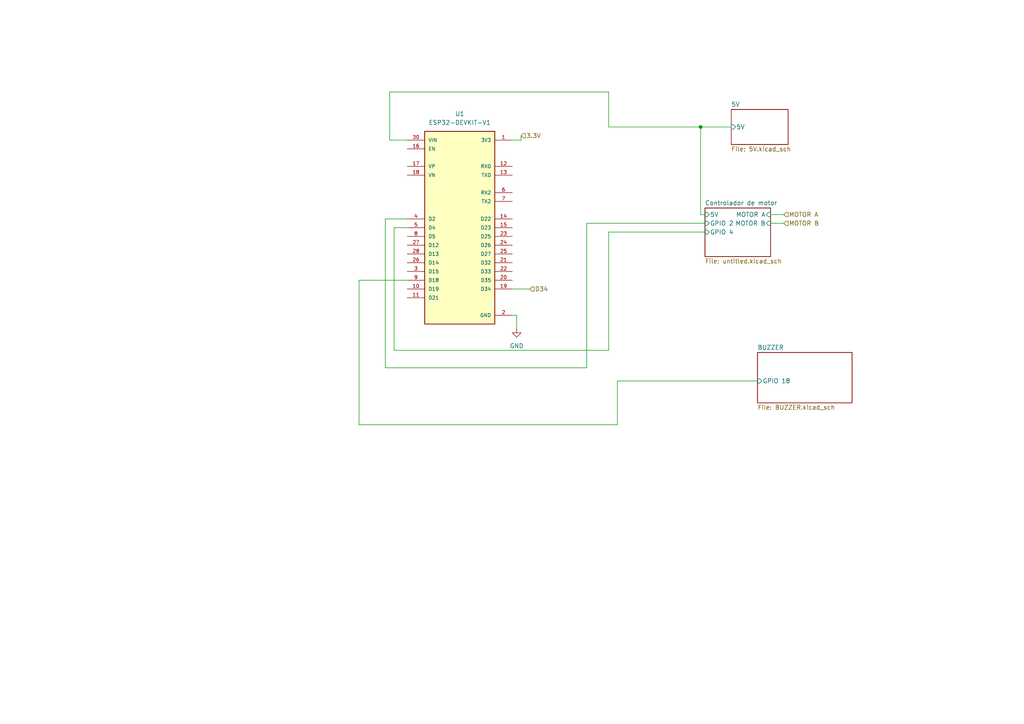
<source format=kicad_sch>
(kicad_sch
	(version 20250114)
	(generator "eeschema")
	(generator_version "9.0")
	(uuid "315e0a2c-fa2b-47b9-9379-a0107ecfaa24")
	(paper "A4")
	(lib_symbols
		(symbol "ESP32-DEVKIT-V1:ESP32-DEVKIT-V1"
			(pin_names
				(offset 1.016)
			)
			(exclude_from_sim no)
			(in_bom yes)
			(on_board yes)
			(property "Reference" "U"
				(at -10.16 30.48 0)
				(effects
					(font
						(size 1.27 1.27)
					)
					(justify left top)
				)
			)
			(property "Value" "ESP32-DEVKIT-V1"
				(at -10.16 -30.48 0)
				(effects
					(font
						(size 1.27 1.27)
					)
					(justify left bottom)
				)
			)
			(property "Footprint" "ESP32-DEVKIT-V1:MODULE_ESP32_DEVKIT_V1"
				(at 0 0 0)
				(effects
					(font
						(size 1.27 1.27)
					)
					(justify bottom)
					(hide yes)
				)
			)
			(property "Datasheet" ""
				(at 0 0 0)
				(effects
					(font
						(size 1.27 1.27)
					)
					(hide yes)
				)
			)
			(property "Description" ""
				(at 0 0 0)
				(effects
					(font
						(size 1.27 1.27)
					)
					(hide yes)
				)
			)
			(property "MF" "Do it"
				(at 0 0 0)
				(effects
					(font
						(size 1.27 1.27)
					)
					(justify bottom)
					(hide yes)
				)
			)
			(property "MAXIMUM_PACKAGE_HEIGHT" "6.8 mm"
				(at 0 0 0)
				(effects
					(font
						(size 1.27 1.27)
					)
					(justify bottom)
					(hide yes)
				)
			)
			(property "Package" "None"
				(at 0 0 0)
				(effects
					(font
						(size 1.27 1.27)
					)
					(justify bottom)
					(hide yes)
				)
			)
			(property "Price" "None"
				(at 0 0 0)
				(effects
					(font
						(size 1.27 1.27)
					)
					(justify bottom)
					(hide yes)
				)
			)
			(property "Check_prices" "https://www.snapeda.com/parts/ESP32-DEVKIT-V1/Do+it/view-part/?ref=eda"
				(at 0 0 0)
				(effects
					(font
						(size 1.27 1.27)
					)
					(justify bottom)
					(hide yes)
				)
			)
			(property "STANDARD" "Manufacturer Recommendations"
				(at 0 0 0)
				(effects
					(font
						(size 1.27 1.27)
					)
					(justify bottom)
					(hide yes)
				)
			)
			(property "PARTREV" "N/A"
				(at 0 0 0)
				(effects
					(font
						(size 1.27 1.27)
					)
					(justify bottom)
					(hide yes)
				)
			)
			(property "SnapEDA_Link" "https://www.snapeda.com/parts/ESP32-DEVKIT-V1/Do+it/view-part/?ref=snap"
				(at 0 0 0)
				(effects
					(font
						(size 1.27 1.27)
					)
					(justify bottom)
					(hide yes)
				)
			)
			(property "MP" "ESP32-DEVKIT-V1"
				(at 0 0 0)
				(effects
					(font
						(size 1.27 1.27)
					)
					(justify bottom)
					(hide yes)
				)
			)
			(property "Description_1" "Dual core, Wi-Fi: 2.4 GHz up to 150 Mbits/s,BLE (Bluetooth Low Energy) and legacy Bluetooth, 32 bits, Up to 240 MHz"
				(at 0 0 0)
				(effects
					(font
						(size 1.27 1.27)
					)
					(justify bottom)
					(hide yes)
				)
			)
			(property "Availability" "Not in stock"
				(at 0 0 0)
				(effects
					(font
						(size 1.27 1.27)
					)
					(justify bottom)
					(hide yes)
				)
			)
			(property "MANUFACTURER" "DOIT"
				(at 0 0 0)
				(effects
					(font
						(size 1.27 1.27)
					)
					(justify bottom)
					(hide yes)
				)
			)
			(symbol "ESP32-DEVKIT-V1_0_0"
				(rectangle
					(start -10.16 -27.94)
					(end 10.16 27.94)
					(stroke
						(width 0.254)
						(type default)
					)
					(fill
						(type background)
					)
				)
				(pin input line
					(at -15.24 25.4 0)
					(length 5.08)
					(name "VIN"
						(effects
							(font
								(size 1.016 1.016)
							)
						)
					)
					(number "30"
						(effects
							(font
								(size 1.016 1.016)
							)
						)
					)
				)
				(pin input line
					(at -15.24 22.86 0)
					(length 5.08)
					(name "EN"
						(effects
							(font
								(size 1.016 1.016)
							)
						)
					)
					(number "16"
						(effects
							(font
								(size 1.016 1.016)
							)
						)
					)
				)
				(pin bidirectional line
					(at -15.24 17.78 0)
					(length 5.08)
					(name "VP"
						(effects
							(font
								(size 1.016 1.016)
							)
						)
					)
					(number "17"
						(effects
							(font
								(size 1.016 1.016)
							)
						)
					)
				)
				(pin bidirectional line
					(at -15.24 15.24 0)
					(length 5.08)
					(name "VN"
						(effects
							(font
								(size 1.016 1.016)
							)
						)
					)
					(number "18"
						(effects
							(font
								(size 1.016 1.016)
							)
						)
					)
				)
				(pin bidirectional line
					(at -15.24 2.54 0)
					(length 5.08)
					(name "D2"
						(effects
							(font
								(size 1.016 1.016)
							)
						)
					)
					(number "4"
						(effects
							(font
								(size 1.016 1.016)
							)
						)
					)
				)
				(pin bidirectional line
					(at -15.24 0 0)
					(length 5.08)
					(name "D4"
						(effects
							(font
								(size 1.016 1.016)
							)
						)
					)
					(number "5"
						(effects
							(font
								(size 1.016 1.016)
							)
						)
					)
				)
				(pin bidirectional line
					(at -15.24 -2.54 0)
					(length 5.08)
					(name "D5"
						(effects
							(font
								(size 1.016 1.016)
							)
						)
					)
					(number "8"
						(effects
							(font
								(size 1.016 1.016)
							)
						)
					)
				)
				(pin bidirectional line
					(at -15.24 -5.08 0)
					(length 5.08)
					(name "D12"
						(effects
							(font
								(size 1.016 1.016)
							)
						)
					)
					(number "27"
						(effects
							(font
								(size 1.016 1.016)
							)
						)
					)
				)
				(pin bidirectional line
					(at -15.24 -7.62 0)
					(length 5.08)
					(name "D13"
						(effects
							(font
								(size 1.016 1.016)
							)
						)
					)
					(number "28"
						(effects
							(font
								(size 1.016 1.016)
							)
						)
					)
				)
				(pin bidirectional line
					(at -15.24 -10.16 0)
					(length 5.08)
					(name "D14"
						(effects
							(font
								(size 1.016 1.016)
							)
						)
					)
					(number "26"
						(effects
							(font
								(size 1.016 1.016)
							)
						)
					)
				)
				(pin bidirectional line
					(at -15.24 -12.7 0)
					(length 5.08)
					(name "D15"
						(effects
							(font
								(size 1.016 1.016)
							)
						)
					)
					(number "3"
						(effects
							(font
								(size 1.016 1.016)
							)
						)
					)
				)
				(pin bidirectional line
					(at -15.24 -15.24 0)
					(length 5.08)
					(name "D18"
						(effects
							(font
								(size 1.016 1.016)
							)
						)
					)
					(number "9"
						(effects
							(font
								(size 1.016 1.016)
							)
						)
					)
				)
				(pin bidirectional line
					(at -15.24 -17.78 0)
					(length 5.08)
					(name "D19"
						(effects
							(font
								(size 1.016 1.016)
							)
						)
					)
					(number "10"
						(effects
							(font
								(size 1.016 1.016)
							)
						)
					)
				)
				(pin bidirectional line
					(at -15.24 -20.32 0)
					(length 5.08)
					(name "D21"
						(effects
							(font
								(size 1.016 1.016)
							)
						)
					)
					(number "11"
						(effects
							(font
								(size 1.016 1.016)
							)
						)
					)
				)
				(pin output line
					(at 15.24 25.4 180)
					(length 5.08)
					(name "3V3"
						(effects
							(font
								(size 1.016 1.016)
							)
						)
					)
					(number "1"
						(effects
							(font
								(size 1.016 1.016)
							)
						)
					)
				)
				(pin input line
					(at 15.24 17.78 180)
					(length 5.08)
					(name "RX0"
						(effects
							(font
								(size 1.016 1.016)
							)
						)
					)
					(number "12"
						(effects
							(font
								(size 1.016 1.016)
							)
						)
					)
				)
				(pin output line
					(at 15.24 15.24 180)
					(length 5.08)
					(name "TX0"
						(effects
							(font
								(size 1.016 1.016)
							)
						)
					)
					(number "13"
						(effects
							(font
								(size 1.016 1.016)
							)
						)
					)
				)
				(pin input line
					(at 15.24 10.16 180)
					(length 5.08)
					(name "RX2"
						(effects
							(font
								(size 1.016 1.016)
							)
						)
					)
					(number "6"
						(effects
							(font
								(size 1.016 1.016)
							)
						)
					)
				)
				(pin output line
					(at 15.24 7.62 180)
					(length 5.08)
					(name "TX2"
						(effects
							(font
								(size 1.016 1.016)
							)
						)
					)
					(number "7"
						(effects
							(font
								(size 1.016 1.016)
							)
						)
					)
				)
				(pin bidirectional line
					(at 15.24 2.54 180)
					(length 5.08)
					(name "D22"
						(effects
							(font
								(size 1.016 1.016)
							)
						)
					)
					(number "14"
						(effects
							(font
								(size 1.016 1.016)
							)
						)
					)
				)
				(pin bidirectional line
					(at 15.24 0 180)
					(length 5.08)
					(name "D23"
						(effects
							(font
								(size 1.016 1.016)
							)
						)
					)
					(number "15"
						(effects
							(font
								(size 1.016 1.016)
							)
						)
					)
				)
				(pin bidirectional line
					(at 15.24 -2.54 180)
					(length 5.08)
					(name "D25"
						(effects
							(font
								(size 1.016 1.016)
							)
						)
					)
					(number "23"
						(effects
							(font
								(size 1.016 1.016)
							)
						)
					)
				)
				(pin bidirectional line
					(at 15.24 -5.08 180)
					(length 5.08)
					(name "D26"
						(effects
							(font
								(size 1.016 1.016)
							)
						)
					)
					(number "24"
						(effects
							(font
								(size 1.016 1.016)
							)
						)
					)
				)
				(pin bidirectional line
					(at 15.24 -7.62 180)
					(length 5.08)
					(name "D27"
						(effects
							(font
								(size 1.016 1.016)
							)
						)
					)
					(number "25"
						(effects
							(font
								(size 1.016 1.016)
							)
						)
					)
				)
				(pin bidirectional line
					(at 15.24 -10.16 180)
					(length 5.08)
					(name "D32"
						(effects
							(font
								(size 1.016 1.016)
							)
						)
					)
					(number "21"
						(effects
							(font
								(size 1.016 1.016)
							)
						)
					)
				)
				(pin bidirectional line
					(at 15.24 -12.7 180)
					(length 5.08)
					(name "D33"
						(effects
							(font
								(size 1.016 1.016)
							)
						)
					)
					(number "22"
						(effects
							(font
								(size 1.016 1.016)
							)
						)
					)
				)
				(pin bidirectional line
					(at 15.24 -15.24 180)
					(length 5.08)
					(name "D35"
						(effects
							(font
								(size 1.016 1.016)
							)
						)
					)
					(number "20"
						(effects
							(font
								(size 1.016 1.016)
							)
						)
					)
				)
				(pin bidirectional line
					(at 15.24 -17.78 180)
					(length 5.08)
					(name "D34"
						(effects
							(font
								(size 1.016 1.016)
							)
						)
					)
					(number "19"
						(effects
							(font
								(size 1.016 1.016)
							)
						)
					)
				)
				(pin power_in line
					(at 15.24 -25.4 180)
					(length 5.08)
					(name "GND"
						(effects
							(font
								(size 1.016 1.016)
							)
						)
					)
					(number "2"
						(effects
							(font
								(size 1.016 1.016)
							)
						)
					)
				)
				(pin power_in line
					(at 15.24 -25.4 180)
					(length 5.08)
					(hide yes)
					(name "GND"
						(effects
							(font
								(size 1.016 1.016)
							)
						)
					)
					(number "29"
						(effects
							(font
								(size 1.016 1.016)
							)
						)
					)
				)
			)
			(embedded_fonts no)
		)
		(symbol "power:GND"
			(power)
			(pin_numbers
				(hide yes)
			)
			(pin_names
				(offset 0)
				(hide yes)
			)
			(exclude_from_sim no)
			(in_bom yes)
			(on_board yes)
			(property "Reference" "#PWR"
				(at 0 -6.35 0)
				(effects
					(font
						(size 1.27 1.27)
					)
					(hide yes)
				)
			)
			(property "Value" "GND"
				(at 0 -3.81 0)
				(effects
					(font
						(size 1.27 1.27)
					)
				)
			)
			(property "Footprint" ""
				(at 0 0 0)
				(effects
					(font
						(size 1.27 1.27)
					)
					(hide yes)
				)
			)
			(property "Datasheet" ""
				(at 0 0 0)
				(effects
					(font
						(size 1.27 1.27)
					)
					(hide yes)
				)
			)
			(property "Description" "Power symbol creates a global label with name \"GND\" , ground"
				(at 0 0 0)
				(effects
					(font
						(size 1.27 1.27)
					)
					(hide yes)
				)
			)
			(property "ki_keywords" "global power"
				(at 0 0 0)
				(effects
					(font
						(size 1.27 1.27)
					)
					(hide yes)
				)
			)
			(symbol "GND_0_1"
				(polyline
					(pts
						(xy 0 0) (xy 0 -1.27) (xy 1.27 -1.27) (xy 0 -2.54) (xy -1.27 -1.27) (xy 0 -1.27)
					)
					(stroke
						(width 0)
						(type default)
					)
					(fill
						(type none)
					)
				)
			)
			(symbol "GND_1_1"
				(pin power_in line
					(at 0 0 270)
					(length 0)
					(name "~"
						(effects
							(font
								(size 1.27 1.27)
							)
						)
					)
					(number "1"
						(effects
							(font
								(size 1.27 1.27)
							)
						)
					)
				)
			)
			(embedded_fonts no)
		)
	)
	(junction
		(at 203.2 36.83)
		(diameter 0)
		(color 0 0 0 0)
		(uuid "c7585976-8164-4c2c-b786-a48411cc0f5e")
	)
	(wire
		(pts
			(xy 179.07 123.19) (xy 104.14 123.19)
		)
		(stroke
			(width 0)
			(type default)
		)
		(uuid "05147aa9-732a-4c9b-b5ed-3ae991c31bd1")
	)
	(wire
		(pts
			(xy 179.07 110.49) (xy 219.71 110.49)
		)
		(stroke
			(width 0)
			(type default)
		)
		(uuid "14e98b25-aba2-4222-8157-b4bd461c0858")
	)
	(wire
		(pts
			(xy 170.18 64.77) (xy 170.18 106.68)
		)
		(stroke
			(width 0)
			(type default)
		)
		(uuid "23119260-76c7-4040-94c1-d33a3b05c0d9")
	)
	(wire
		(pts
			(xy 148.59 91.44) (xy 149.86 91.44)
		)
		(stroke
			(width 0)
			(type default)
		)
		(uuid "2b5bfec3-68f9-445f-be9c-86775ee80f5a")
	)
	(wire
		(pts
			(xy 149.86 91.44) (xy 149.86 95.25)
		)
		(stroke
			(width 0)
			(type default)
		)
		(uuid "311b7e0e-3fef-4fa5-add8-86d92c7be26b")
	)
	(wire
		(pts
			(xy 114.3 101.6) (xy 114.3 66.04)
		)
		(stroke
			(width 0)
			(type default)
		)
		(uuid "39405cc8-fca2-43e6-8392-e1ff98b24620")
	)
	(wire
		(pts
			(xy 170.18 106.68) (xy 111.76 106.68)
		)
		(stroke
			(width 0)
			(type default)
		)
		(uuid "3b1b5798-c5f9-43a1-be49-68aee588c397")
	)
	(wire
		(pts
			(xy 104.14 81.28) (xy 118.11 81.28)
		)
		(stroke
			(width 0)
			(type default)
		)
		(uuid "3eaefe0f-873b-4f60-adb3-766afc298764")
	)
	(wire
		(pts
			(xy 179.07 110.49) (xy 179.07 123.19)
		)
		(stroke
			(width 0)
			(type default)
		)
		(uuid "4b55701b-6516-4b84-a201-b7c25de0da9f")
	)
	(wire
		(pts
			(xy 113.03 26.67) (xy 113.03 40.64)
		)
		(stroke
			(width 0)
			(type default)
		)
		(uuid "5297d503-c422-4d12-bbd8-ed9bf37b3a3a")
	)
	(wire
		(pts
			(xy 176.53 36.83) (xy 176.53 26.67)
		)
		(stroke
			(width 0)
			(type default)
		)
		(uuid "529dd67c-01d4-44e2-9085-d1243099a27a")
	)
	(wire
		(pts
			(xy 204.47 62.23) (xy 203.2 62.23)
		)
		(stroke
			(width 0)
			(type default)
		)
		(uuid "5324c449-0c91-444f-8a7f-13ad46ed17c9")
	)
	(wire
		(pts
			(xy 176.53 26.67) (xy 113.03 26.67)
		)
		(stroke
			(width 0)
			(type default)
		)
		(uuid "57e84beb-4ee0-4522-aa0e-72f11247857b")
	)
	(wire
		(pts
			(xy 203.2 62.23) (xy 203.2 36.83)
		)
		(stroke
			(width 0)
			(type default)
		)
		(uuid "86e695a1-6b6f-4106-a6f5-4ea84601fd14")
	)
	(wire
		(pts
			(xy 212.09 36.83) (xy 203.2 36.83)
		)
		(stroke
			(width 0)
			(type default)
		)
		(uuid "90e13768-02b4-48b3-95f3-5ba4b5cfab97")
	)
	(wire
		(pts
			(xy 114.3 66.04) (xy 118.11 66.04)
		)
		(stroke
			(width 0)
			(type default)
		)
		(uuid "96cf9c3e-26d8-4b11-bb44-a136f6e46f5c")
	)
	(wire
		(pts
			(xy 111.76 106.68) (xy 111.76 63.5)
		)
		(stroke
			(width 0)
			(type default)
		)
		(uuid "9dfd0054-fad6-4008-bbd5-5f70a2cb09d7")
	)
	(wire
		(pts
			(xy 203.2 36.83) (xy 176.53 36.83)
		)
		(stroke
			(width 0)
			(type default)
		)
		(uuid "a4b9f5fd-6fa8-49a0-b684-903e840c691c")
	)
	(wire
		(pts
			(xy 204.47 64.77) (xy 170.18 64.77)
		)
		(stroke
			(width 0)
			(type default)
		)
		(uuid "a53cc479-9a38-4ba1-9558-8a33ffb1c530")
	)
	(wire
		(pts
			(xy 111.76 63.5) (xy 118.11 63.5)
		)
		(stroke
			(width 0)
			(type default)
		)
		(uuid "a574c973-66ea-41e3-818f-d26fb34ab846")
	)
	(wire
		(pts
			(xy 148.59 83.82) (xy 153.67 83.82)
		)
		(stroke
			(width 0)
			(type default)
		)
		(uuid "a8f51348-2129-42e2-a45d-aa86d9ca945d")
	)
	(wire
		(pts
			(xy 113.03 40.64) (xy 118.11 40.64)
		)
		(stroke
			(width 0)
			(type default)
		)
		(uuid "b350ce34-8843-4f8a-9c3f-f11e045e7396")
	)
	(wire
		(pts
			(xy 223.52 62.23) (xy 227.33 62.23)
		)
		(stroke
			(width 0)
			(type default)
		)
		(uuid "b387f288-9c0f-4da7-8b0b-024cd2d54f24")
	)
	(wire
		(pts
			(xy 223.52 64.77) (xy 227.33 64.77)
		)
		(stroke
			(width 0)
			(type default)
		)
		(uuid "b8585f98-71cd-4e6d-88b3-f4df54f4a1d8")
	)
	(wire
		(pts
			(xy 204.47 67.31) (xy 176.53 67.31)
		)
		(stroke
			(width 0)
			(type default)
		)
		(uuid "bfac3ac1-50ef-4c96-b3e4-01d47670ab8a")
	)
	(wire
		(pts
			(xy 176.53 101.6) (xy 114.3 101.6)
		)
		(stroke
			(width 0)
			(type default)
		)
		(uuid "c285931e-b730-40d6-bd38-32e9b48475c0")
	)
	(wire
		(pts
			(xy 176.53 67.31) (xy 176.53 101.6)
		)
		(stroke
			(width 0)
			(type default)
		)
		(uuid "d3281331-473d-4709-afd4-adb62c287089")
	)
	(wire
		(pts
			(xy 151.13 40.64) (xy 151.13 39.37)
		)
		(stroke
			(width 0)
			(type default)
		)
		(uuid "fbe3ff3f-3796-4feb-8eed-c79ba98d0085")
	)
	(wire
		(pts
			(xy 104.14 123.19) (xy 104.14 81.28)
		)
		(stroke
			(width 0)
			(type default)
		)
		(uuid "fd3206bd-7211-4c4f-97d1-639c59559994")
	)
	(wire
		(pts
			(xy 148.59 40.64) (xy 151.13 40.64)
		)
		(stroke
			(width 0)
			(type default)
		)
		(uuid "fde0277e-89ea-4930-b79a-0ceba5b0509f")
	)
	(hierarchical_label "D34"
		(shape input)
		(at 153.67 83.82 0)
		(effects
			(font
				(size 1.27 1.27)
			)
			(justify left)
		)
		(uuid "00c1d251-74ff-4caa-8591-673649c09b22")
	)
	(hierarchical_label "MOTOR A"
		(shape input)
		(at 227.33 62.23 0)
		(effects
			(font
				(size 1.27 1.27)
			)
			(justify left)
		)
		(uuid "748aae23-7b8a-4e4e-aad5-b576d1a69490")
	)
	(hierarchical_label "3.3V"
		(shape input)
		(at 151.13 39.37 0)
		(effects
			(font
				(size 1.27 1.27)
			)
			(justify left)
		)
		(uuid "8b9a3b73-1cb6-4273-8614-c00283773d69")
	)
	(hierarchical_label "MOTOR B"
		(shape input)
		(at 227.33 64.77 0)
		(effects
			(font
				(size 1.27 1.27)
			)
			(justify left)
		)
		(uuid "b55a90e1-b390-4496-9562-bd26ddef3d83")
	)
	(symbol
		(lib_id "power:GND")
		(at 149.86 95.25 0)
		(mirror y)
		(unit 1)
		(exclude_from_sim no)
		(in_bom yes)
		(on_board yes)
		(dnp no)
		(fields_autoplaced yes)
		(uuid "1bdc0853-474c-43da-82fc-e8404b741354")
		(property "Reference" "#PWR017"
			(at 149.86 101.6 0)
			(effects
				(font
					(size 1.27 1.27)
				)
				(hide yes)
			)
		)
		(property "Value" "GND"
			(at 149.86 100.33 0)
			(effects
				(font
					(size 1.27 1.27)
				)
			)
		)
		(property "Footprint" ""
			(at 149.86 95.25 0)
			(effects
				(font
					(size 1.27 1.27)
				)
				(hide yes)
			)
		)
		(property "Datasheet" ""
			(at 149.86 95.25 0)
			(effects
				(font
					(size 1.27 1.27)
				)
				(hide yes)
			)
		)
		(property "Description" "Power symbol creates a global label with name \"GND\" , ground"
			(at 149.86 95.25 0)
			(effects
				(font
					(size 1.27 1.27)
				)
				(hide yes)
			)
		)
		(pin "1"
			(uuid "d6396698-fbc3-4d64-8ffd-86aacd8da4f9")
		)
		(instances
			(project "Mano"
				(path "/6a2a9fca-79fe-498d-bfd5-926b250faf65/280e6bf0-7e20-4f19-86d2-dbb487803ee9"
					(reference "#PWR017")
					(unit 1)
				)
			)
		)
	)
	(symbol
		(lib_id "ESP32-DEVKIT-V1:ESP32-DEVKIT-V1")
		(at 133.35 66.04 0)
		(unit 1)
		(exclude_from_sim no)
		(in_bom yes)
		(on_board yes)
		(dnp no)
		(fields_autoplaced yes)
		(uuid "a74fd929-4399-45da-ac1d-44adf8a8f45b")
		(property "Reference" "U1"
			(at 133.35 33.02 0)
			(effects
				(font
					(size 1.27 1.27)
				)
			)
		)
		(property "Value" "ESP32-DEVKIT-V1"
			(at 133.35 35.56 0)
			(effects
				(font
					(size 1.27 1.27)
				)
			)
		)
		(property "Footprint" "ESP32-DEVKIT-V1:MODULE_ESP32_DEVKIT_V1"
			(at 133.35 66.04 0)
			(effects
				(font
					(size 1.27 1.27)
				)
				(justify bottom)
				(hide yes)
			)
		)
		(property "Datasheet" ""
			(at 133.35 66.04 0)
			(effects
				(font
					(size 1.27 1.27)
				)
				(hide yes)
			)
		)
		(property "Description" ""
			(at 133.35 66.04 0)
			(effects
				(font
					(size 1.27 1.27)
				)
				(hide yes)
			)
		)
		(property "MF" "Do it"
			(at 133.35 66.04 0)
			(effects
				(font
					(size 1.27 1.27)
				)
				(justify bottom)
				(hide yes)
			)
		)
		(property "MAXIMUM_PACKAGE_HEIGHT" "6.8 mm"
			(at 133.35 66.04 0)
			(effects
				(font
					(size 1.27 1.27)
				)
				(justify bottom)
				(hide yes)
			)
		)
		(property "Package" "None"
			(at 133.35 66.04 0)
			(effects
				(font
					(size 1.27 1.27)
				)
				(justify bottom)
				(hide yes)
			)
		)
		(property "Price" "None"
			(at 133.35 66.04 0)
			(effects
				(font
					(size 1.27 1.27)
				)
				(justify bottom)
				(hide yes)
			)
		)
		(property "Check_prices" "https://www.snapeda.com/parts/ESP32-DEVKIT-V1/Do+it/view-part/?ref=eda"
			(at 133.35 66.04 0)
			(effects
				(font
					(size 1.27 1.27)
				)
				(justify bottom)
				(hide yes)
			)
		)
		(property "STANDARD" "Manufacturer Recommendations"
			(at 133.35 66.04 0)
			(effects
				(font
					(size 1.27 1.27)
				)
				(justify bottom)
				(hide yes)
			)
		)
		(property "PARTREV" "N/A"
			(at 133.35 66.04 0)
			(effects
				(font
					(size 1.27 1.27)
				)
				(justify bottom)
				(hide yes)
			)
		)
		(property "SnapEDA_Link" "https://www.snapeda.com/parts/ESP32-DEVKIT-V1/Do+it/view-part/?ref=snap"
			(at 133.35 66.04 0)
			(effects
				(font
					(size 1.27 1.27)
				)
				(justify bottom)
				(hide yes)
			)
		)
		(property "MP" "ESP32-DEVKIT-V1"
			(at 133.35 66.04 0)
			(effects
				(font
					(size 1.27 1.27)
				)
				(justify bottom)
				(hide yes)
			)
		)
		(property "Description_1" "Dual core, Wi-Fi: 2.4 GHz up to 150 Mbits/s,BLE (Bluetooth Low Energy) and legacy Bluetooth, 32 bits, Up to 240 MHz"
			(at 133.35 66.04 0)
			(effects
				(font
					(size 1.27 1.27)
				)
				(justify bottom)
				(hide yes)
			)
		)
		(property "Availability" "Not in stock"
			(at 133.35 66.04 0)
			(effects
				(font
					(size 1.27 1.27)
				)
				(justify bottom)
				(hide yes)
			)
		)
		(property "MANUFACTURER" "DOIT"
			(at 133.35 66.04 0)
			(effects
				(font
					(size 1.27 1.27)
				)
				(justify bottom)
				(hide yes)
			)
		)
		(pin "16"
			(uuid "9333fb5b-f053-4ff3-acc1-74d1d6d1e04a")
		)
		(pin "30"
			(uuid "36865c4c-4884-4bd5-8b62-ad17242ca476")
		)
		(pin "17"
			(uuid "fa0c7241-184f-41be-9887-ce53ba36035d")
		)
		(pin "4"
			(uuid "d5aee906-df2d-46ae-b116-e5f9aa3898dc")
		)
		(pin "27"
			(uuid "6adad574-5fac-42e4-968d-bc35b7c57156")
		)
		(pin "5"
			(uuid "f0338bbb-9241-4d89-b086-e5009b55f559")
		)
		(pin "18"
			(uuid "f4550083-f4e0-41ae-9637-ffad3beeecc7")
		)
		(pin "8"
			(uuid "066e943b-0909-42cd-ba10-ae422e70ad0f")
		)
		(pin "9"
			(uuid "7d940e9f-11d2-479e-9cdf-9a9cc448dd5e")
		)
		(pin "1"
			(uuid "42150315-cfee-4b3f-8f7f-1eef2bf10368")
		)
		(pin "12"
			(uuid "59d042a9-8e73-42bb-bfed-fe8aeade0e62")
		)
		(pin "13"
			(uuid "573e8d22-75f6-4551-9ef1-2eb573bdb2ca")
		)
		(pin "15"
			(uuid "9a7c2857-fbfa-4ab4-b3a0-097639a48151")
		)
		(pin "28"
			(uuid "97b7a64b-6225-4fe8-a5f9-b07f847f9533")
		)
		(pin "6"
			(uuid "fc32af5e-b8e0-491d-836e-b360d610c0e7")
		)
		(pin "23"
			(uuid "2bddb799-cb7b-4a1b-a9a4-2cb1ec5c370a")
		)
		(pin "7"
			(uuid "538f19c1-10df-4ba8-8a0f-f295b42fa564")
		)
		(pin "25"
			(uuid "cc2cde53-dce7-4e64-9646-555830d905fd")
		)
		(pin "22"
			(uuid "57817e24-28aa-40cd-887f-ae7e9a56a37b")
		)
		(pin "20"
			(uuid "1ff62ecd-e45a-4871-8745-c72cceeaa3c7")
		)
		(pin "10"
			(uuid "0183763a-384b-404e-9eff-a20a88b01e75")
		)
		(pin "19"
			(uuid "0a9ac307-3d3a-4c6d-95ce-09da9256751f")
		)
		(pin "24"
			(uuid "c6f53a0d-9142-4ca9-afae-e99421b42d68")
		)
		(pin "26"
			(uuid "91332c1a-2ce4-4cf9-9f90-4248871a90f8")
		)
		(pin "21"
			(uuid "fa093ddc-2a81-4ffc-9a0a-514afd87a7b2")
		)
		(pin "14"
			(uuid "1c687f65-ba59-4fc8-84b9-57ddc58fa8d5")
		)
		(pin "3"
			(uuid "6ab181f4-a7a5-42fa-8060-03ba2fd38f46")
		)
		(pin "2"
			(uuid "6c1cb444-3495-4176-b1dd-ecdcfd4faec9")
		)
		(pin "11"
			(uuid "8a4a77b5-be5a-480f-83f0-5168e1a75d8f")
		)
		(pin "29"
			(uuid "260a4858-ec7d-4240-bf96-9fc044de1e61")
		)
		(instances
			(project ""
				(path "/6a2a9fca-79fe-498d-bfd5-926b250faf65/280e6bf0-7e20-4f19-86d2-dbb487803ee9"
					(reference "U1")
					(unit 1)
				)
			)
		)
	)
	(sheet
		(at 212.09 31.75)
		(size 16.51 10.16)
		(exclude_from_sim no)
		(in_bom yes)
		(on_board yes)
		(dnp no)
		(fields_autoplaced yes)
		(stroke
			(width 0.1524)
			(type solid)
		)
		(fill
			(color 0 0 0 0.0000)
		)
		(uuid "838096d0-34ea-465a-a26a-8e77724b6abe")
		(property "Sheetname" "5V"
			(at 212.09 31.0384 0)
			(effects
				(font
					(size 1.27 1.27)
				)
				(justify left bottom)
			)
		)
		(property "Sheetfile" "5V.kicad_sch"
			(at 212.09 42.4946 0)
			(effects
				(font
					(size 1.27 1.27)
				)
				(justify left top)
			)
		)
		(pin "5V" input
			(at 212.09 36.83 180)
			(uuid "1b89ab90-d7a0-4466-89b7-f67830382850")
			(effects
				(font
					(size 1.27 1.27)
				)
				(justify left)
			)
		)
		(instances
			(project "Mano"
				(path "/6a2a9fca-79fe-498d-bfd5-926b250faf65/280e6bf0-7e20-4f19-86d2-dbb487803ee9"
					(page "3")
				)
			)
		)
	)
	(sheet
		(at 204.47 60.325)
		(size 19.05 14.097)
		(exclude_from_sim no)
		(in_bom yes)
		(on_board yes)
		(dnp no)
		(fields_autoplaced yes)
		(stroke
			(width 0.1524)
			(type solid)
		)
		(fill
			(color 0 0 0 0.0000)
		)
		(uuid "a7b96772-7640-474b-9e2c-fe7c0b573420")
		(property "Sheetname" "Controlador de motor"
			(at 204.47 59.6134 0)
			(effects
				(font
					(size 1.27 1.27)
				)
				(justify left bottom)
			)
		)
		(property "Sheetfile" "untitled.kicad_sch"
			(at 204.47 75.0066 0)
			(effects
				(font
					(size 1.27 1.27)
				)
				(justify left top)
			)
		)
		(pin "5V" input
			(at 204.47 62.23 180)
			(uuid "f84a9ae9-b964-4d0d-b732-5a7b531d21e0")
			(effects
				(font
					(size 1.27 1.27)
				)
				(justify left)
			)
		)
		(pin "GPIO 2" input
			(at 204.47 64.77 180)
			(uuid "53615d9e-b347-41f9-99cb-14a4c90398ac")
			(effects
				(font
					(size 1.27 1.27)
				)
				(justify left)
			)
		)
		(pin "GPIO 4" input
			(at 204.47 67.31 180)
			(uuid "503289a0-ecaf-453e-8842-efbc230d340f")
			(effects
				(font
					(size 1.27 1.27)
				)
				(justify left)
			)
		)
		(pin "MOTOR A" input
			(at 223.52 62.23 0)
			(uuid "56e9f80e-b663-48a2-95dc-bc7012ffc4de")
			(effects
				(font
					(size 1.27 1.27)
				)
				(justify right)
			)
		)
		(pin "MOTOR B" input
			(at 223.52 64.77 0)
			(uuid "9c4dcd93-a1ba-4160-b9bc-1c4225be53ee")
			(effects
				(font
					(size 1.27 1.27)
				)
				(justify right)
			)
		)
		(instances
			(project "Mano"
				(path "/6a2a9fca-79fe-498d-bfd5-926b250faf65/280e6bf0-7e20-4f19-86d2-dbb487803ee9"
					(page "4")
				)
			)
		)
	)
	(sheet
		(at 219.71 102.235)
		(size 27.432 14.605)
		(exclude_from_sim no)
		(in_bom yes)
		(on_board yes)
		(dnp no)
		(fields_autoplaced yes)
		(stroke
			(width 0.1524)
			(type solid)
		)
		(fill
			(color 0 0 0 0.0000)
		)
		(uuid "da6b20a4-13cd-4327-b1bb-7a17b16b1ff1")
		(property "Sheetname" "BUZZER"
			(at 219.71 101.5234 0)
			(effects
				(font
					(size 1.27 1.27)
				)
				(justify left bottom)
			)
		)
		(property "Sheetfile" "BUZZER.kicad_sch"
			(at 219.71 117.4246 0)
			(effects
				(font
					(size 1.27 1.27)
				)
				(justify left top)
			)
		)
		(pin "GPIO 18" input
			(at 219.71 110.49 180)
			(uuid "5b27690b-833c-4791-aa4e-85904955dd0f")
			(effects
				(font
					(size 1.27 1.27)
				)
				(justify left)
			)
		)
		(instances
			(project "Mano"
				(path "/6a2a9fca-79fe-498d-bfd5-926b250faf65/280e6bf0-7e20-4f19-86d2-dbb487803ee9"
					(page "5")
				)
			)
		)
	)
)

</source>
